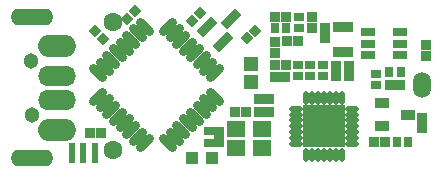
<source format=gts>
G04 Layer_Color=8388736*
%FSLAX25Y25*%
%MOIN*%
G70*
G01*
G75*
%ADD12R,0.03937X0.03937*%
%ADD57O,0.12611X0.07493*%
%ADD58O,0.12611X0.06706*%
G04:AMPARAMS|DCode=59|XSize=31.62mil|YSize=67.06mil|CornerRadius=0mil|HoleSize=0mil|Usage=FLASHONLY|Rotation=135.000|XOffset=0mil|YOffset=0mil|HoleType=Round|Shape=Rectangle|*
%AMROTATEDRECTD59*
4,1,4,0.03489,0.01253,-0.01253,-0.03489,-0.03489,-0.01253,0.01253,0.03489,0.03489,0.01253,0.0*
%
%ADD59ROTATEDRECTD59*%

%ADD60R,0.01981X0.07099*%
%ADD61R,0.06312X0.05328*%
%ADD62R,0.05131X0.03162*%
%ADD63R,0.13989X0.13989*%
%ADD64O,0.01981X0.04540*%
%ADD65O,0.04540X0.01981*%
G04:AMPARAMS|DCode=66|XSize=29.65mil|YSize=72.96mil|CornerRadius=0mil|HoleSize=0mil|Usage=FLASHONLY|Rotation=45.000|XOffset=0mil|YOffset=0mil|HoleType=Round|Shape=Round|*
%AMOVALD66*
21,1,0.04331,0.02965,0.00000,0.00000,135.0*
1,1,0.02965,0.01531,-0.01531*
1,1,0.02965,-0.01531,0.01531*
%
%ADD66OVALD66*%

G04:AMPARAMS|DCode=67|XSize=29.65mil|YSize=72.96mil|CornerRadius=0mil|HoleSize=0mil|Usage=FLASHONLY|Rotation=135.000|XOffset=0mil|YOffset=0mil|HoleType=Round|Shape=Round|*
%AMOVALD67*
21,1,0.04331,0.02965,0.00000,0.00000,225.0*
1,1,0.02965,0.01531,0.01531*
1,1,0.02965,-0.01531,-0.01531*
%
%ADD67OVALD67*%

%ADD68R,0.04540X0.04540*%
%ADD69R,0.04737X0.03359*%
%ADD70R,0.03241X0.03241*%
%ADD71R,0.03241X0.03241*%
%ADD72P,0.04583X4X90.0*%
%ADD73P,0.04583X4X180.0*%
%ADD74R,0.03241X0.03162*%
%ADD75R,0.03162X0.03241*%
%ADD76R,0.03084X0.03241*%
%ADD77R,0.03241X0.03084*%
G04:AMPARAMS|DCode=78|XSize=32.41mil|YSize=30.84mil|CornerRadius=0mil|HoleSize=0mil|Usage=FLASHONLY|Rotation=315.000|XOffset=0mil|YOffset=0mil|HoleType=Round|Shape=Rectangle|*
%AMROTATEDRECTD78*
4,1,4,-0.02236,0.00056,-0.00056,0.02236,0.02236,-0.00056,0.00056,-0.02236,-0.02236,0.00056,0.0*
%
%ADD78ROTATEDRECTD78*%

%ADD79C,0.05131*%
%ADD80O,0.14186X0.05524*%
%ADD81O,0.05918X0.08674*%
%ADD82C,0.06312*%
D12*
X160728Y102461D02*
D03*
X167421D02*
D03*
D57*
X115569Y111734D02*
D03*
Y139734D02*
D03*
D58*
Y121734D02*
D03*
Y129734D02*
D03*
D59*
X165774Y146260D02*
D03*
X171063Y140971D02*
D03*
X173708Y148905D02*
D03*
D60*
X120768Y104134D02*
D03*
X124508D02*
D03*
X128248D02*
D03*
D61*
X183957Y112205D02*
D03*
X175295D02*
D03*
Y105905D02*
D03*
X183957D02*
D03*
D62*
X230118Y144291D02*
D03*
Y140551D02*
D03*
Y136811D02*
D03*
X219488D02*
D03*
Y140551D02*
D03*
Y144291D02*
D03*
D63*
X204724Y112992D02*
D03*
D64*
X198819Y122441D02*
D03*
X200787D02*
D03*
X202756D02*
D03*
X204724D02*
D03*
X206693D02*
D03*
X208661D02*
D03*
X210630D02*
D03*
Y103543D02*
D03*
X208661D02*
D03*
X206693D02*
D03*
X204724D02*
D03*
X202756D02*
D03*
X200787D02*
D03*
X198819D02*
D03*
D65*
X214173Y118898D02*
D03*
Y116929D02*
D03*
Y114961D02*
D03*
Y112992D02*
D03*
Y111024D02*
D03*
Y109055D02*
D03*
Y107087D02*
D03*
X195276D02*
D03*
Y109055D02*
D03*
Y111024D02*
D03*
Y112992D02*
D03*
Y114961D02*
D03*
Y116929D02*
D03*
Y118898D02*
D03*
D66*
X129332Y130669D02*
D03*
X131559Y132896D02*
D03*
X133786Y135123D02*
D03*
X136013Y137350D02*
D03*
X138240Y139577D02*
D03*
X140467Y141805D02*
D03*
X142694Y144032D02*
D03*
X144922Y146259D02*
D03*
X168306Y122874D02*
D03*
X166079Y120647D02*
D03*
X163852Y118420D02*
D03*
X161625Y116193D02*
D03*
X159398Y113966D02*
D03*
X157171Y111739D02*
D03*
X154944Y109512D02*
D03*
X152716Y107284D02*
D03*
D67*
X152716Y146259D02*
D03*
X154944Y144032D02*
D03*
X157171Y141805D02*
D03*
X159398Y139577D02*
D03*
X161625Y137350D02*
D03*
X163852Y135123D02*
D03*
X166079Y132896D02*
D03*
X168306Y130669D02*
D03*
X144922Y107284D02*
D03*
X142694Y109512D02*
D03*
X140467Y111739D02*
D03*
X138240Y113966D02*
D03*
X136013Y116193D02*
D03*
X133786Y118420D02*
D03*
X131559Y120647D02*
D03*
X129332Y122874D02*
D03*
D68*
X180315Y133661D02*
D03*
Y127756D02*
D03*
D69*
X232677Y116929D02*
D03*
X224016Y113189D02*
D03*
Y120669D02*
D03*
D70*
X191732Y129528D02*
D03*
X188189D02*
D03*
X191929Y133465D02*
D03*
X188386D02*
D03*
X188386Y149606D02*
D03*
X191929D02*
D03*
X195866Y141339D02*
D03*
X192323D02*
D03*
X186417Y122047D02*
D03*
X182874D02*
D03*
X186417Y117717D02*
D03*
X182874D02*
D03*
X178543D02*
D03*
X175000D02*
D03*
X221457Y107874D02*
D03*
X225000D02*
D03*
X212795Y146063D02*
D03*
X209252D02*
D03*
X212795Y137795D02*
D03*
X209252D02*
D03*
X230118Y126772D02*
D03*
X226575D02*
D03*
X130315Y110630D02*
D03*
X126772D02*
D03*
D71*
X188189Y137598D02*
D03*
Y141142D02*
D03*
X200787Y149409D02*
D03*
Y145866D02*
D03*
X205118Y142323D02*
D03*
Y145866D02*
D03*
X169685Y107677D02*
D03*
Y111221D02*
D03*
X212992Y129724D02*
D03*
Y133268D02*
D03*
X208661Y129724D02*
D03*
Y133268D02*
D03*
X238583Y136417D02*
D03*
Y139961D02*
D03*
X237500Y115945D02*
D03*
Y112402D02*
D03*
D72*
X181666Y144855D02*
D03*
X179161Y142350D02*
D03*
D73*
X128373Y144658D02*
D03*
X130879Y142153D02*
D03*
D74*
X200000Y133307D02*
D03*
Y129685D02*
D03*
X196063Y129685D02*
D03*
Y133307D02*
D03*
X196457Y145827D02*
D03*
Y149449D02*
D03*
X204331Y129685D02*
D03*
Y133307D02*
D03*
D75*
X191969Y145669D02*
D03*
X188347D02*
D03*
D76*
X228858Y107874D02*
D03*
X232559D02*
D03*
X230197Y131102D02*
D03*
X226496D02*
D03*
D77*
X222047Y126890D02*
D03*
Y130590D02*
D03*
X166339Y111299D02*
D03*
Y107598D02*
D03*
D78*
X139046Y148888D02*
D03*
X141663Y151505D02*
D03*
X160699Y148101D02*
D03*
X163316Y150718D02*
D03*
D79*
X107274Y116766D02*
D03*
X107175Y134778D02*
D03*
D80*
X107284Y149311D02*
D03*
Y102559D02*
D03*
D81*
X237402Y126673D02*
D03*
D82*
X134252Y147638D02*
D03*
X134252Y105118D02*
D03*
M02*

</source>
